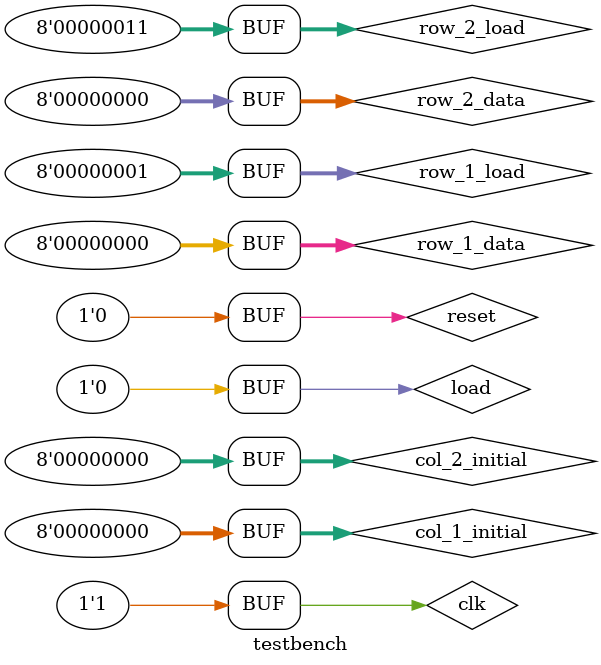
<source format=v>
module testbench();

        reg clk;
        reg reset;
        reg load;

        reg [7:0] row_1_data;
        reg [7:0] row_2_data;
        reg [7:0] row_1_load;
        reg [7:0] row_2_load;
        reg [7:0] col_1_initial;
        reg [7:0] col_2_initial;

        wire [7:0] col_1_out;
        wire [7:0] col_2_out;



// testbench to test array2_2 module for 2x2 matrix MAC
        array_2_2 my_array(
                .row_1_data(row_1_data),
                .row_2_data(row_2_data),
                .row_1_load(row_1_load),
                .row_2_load(row_2_load),
                .col_1_initial(col_1_initial),
                .col_2_initial(col_2_initial),
                .clk(clk),
                .reset(reset),
                .load(load),
                .col_1_out(col_1_out),
                .col_2_out(col_2_out));



        initial begin
                // initial values
                clk = 0;
                reset = 0;
                load = 0;

                row_1_data = 8'b0;
                row_2_data = 8'b0;
                row_1_load = 8'b0;
                row_2_load = 8'b0;
                col_1_initial = 8'b0;
                col_2_initial = 8'b0;

                // one cycle of uninitialized values
                clk = 1'b0; #10
                clk = 1'b1; #10
                // assert reset
                reset = 1'b1;

                clk = 1'b0; #10
                clk = 1'b1; #10
                // load col 2
                reset = 1'b0;
                load = 1'b1;

                row_1_load = 2;
                row_2_load = 4;

                clk = 1'b0; #10
                clk = 1'b1; #10
                // load col 1
                row_1_load = 1;
                row_2_load = 3;

                clk = 1'b0; #10
                clk = 1'b1; #10

                // deassert load, compute first sum
                load = 1'b0;

                row_1_data = 1;
                row_2_data = 0;
                col_1_initial = 2;

                clk = 1'b0; #10
                clk = 1'b1; #10

                // compute second sum
                row_1_data = 0;
                row_2_data = 0;
                col_2_initial = 2;

                clk = 1'b0; #10
                clk = 1'b1; #10
                // compute third sum
                row_1_data = 0;
                row_2_data = 1;
                col_1_initial = 0;

                clk = 1'b0; #10
                clk = 1'b1; #10
                // compute fourth sum
                row_1_data = 0;
                row_2_data = 0;
                col_2_initial = 0;

                clk = 1'b0; #10
                clk = 1'b1; #10

                clk = 1'b0; #10
                clk = 1'b1; #10

                clk = 1'b0; #10
                clk = 1'b1;

                //done


                


        end










endmodule
</source>
